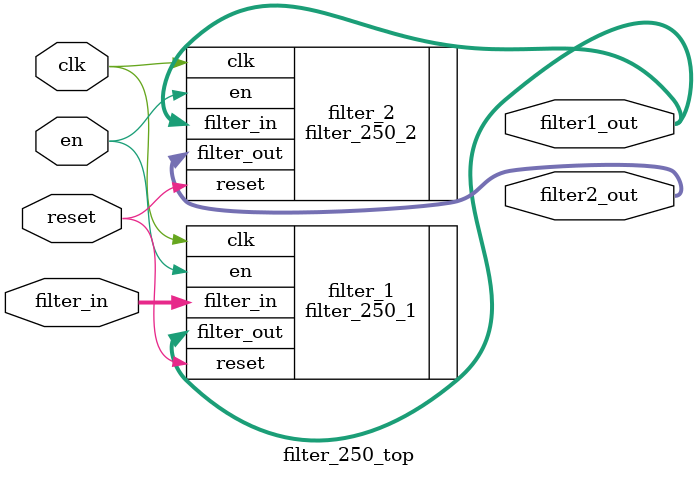
<source format=v>
module filter_250_top(
    input clk,
    input reset,
    input en,
    input [15:0] filter_in,
    output signed [15:0] filter1_out,
    output signed [15:0] filter2_out 
);
filter_250_1 filter_1(
    .clk(clk),
    .reset(reset),
    .en(en),
    .filter_in(filter_in),
    .filter_out(filter1_out)
);

filter_250_2 filter_2(
    .clk(clk),
    .reset(reset),
    .en(en),
    .filter_in(filter1_out),
    .filter_out(filter2_out)
);

endmodule
</source>
